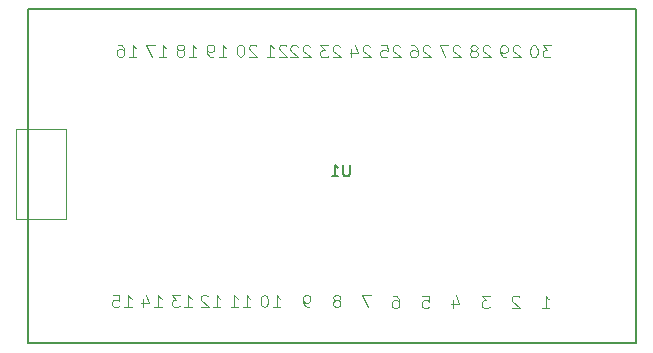
<source format=gbr>
%TF.GenerationSoftware,KiCad,Pcbnew,7.0.1*%
%TF.CreationDate,2025-01-23T11:44:41-05:00*%
%TF.ProjectId,ESP32_Dock,45535033-325f-4446-9f63-6b2e6b696361,rev?*%
%TF.SameCoordinates,Original*%
%TF.FileFunction,Legend,Bot*%
%TF.FilePolarity,Positive*%
%FSLAX46Y46*%
G04 Gerber Fmt 4.6, Leading zero omitted, Abs format (unit mm)*
G04 Created by KiCad (PCBNEW 7.0.1) date 2025-01-23 11:44:41*
%MOMM*%
%LPD*%
G01*
G04 APERTURE LIST*
%ADD10C,0.150000*%
%ADD11C,0.100000*%
%ADD12C,0.200000*%
G04 APERTURE END LIST*
D10*
%TO.C,U1*%
X87075002Y-46010159D02*
X87075002Y-46819682D01*
X87075002Y-46819682D02*
X87027383Y-46914920D01*
X87027383Y-46914920D02*
X86979764Y-46962540D01*
X86979764Y-46962540D02*
X86884526Y-47010159D01*
X86884526Y-47010159D02*
X86694050Y-47010159D01*
X86694050Y-47010159D02*
X86598812Y-46962540D01*
X86598812Y-46962540D02*
X86551193Y-46914920D01*
X86551193Y-46914920D02*
X86503574Y-46819682D01*
X86503574Y-46819682D02*
X86503574Y-46010159D01*
X85503574Y-47010159D02*
X86075002Y-47010159D01*
X85789288Y-47010159D02*
X85789288Y-46010159D01*
X85789288Y-46010159D02*
X85884526Y-46153016D01*
X85884526Y-46153016D02*
X85979764Y-46248254D01*
X85979764Y-46248254D02*
X86075002Y-46295873D01*
D11*
X88764562Y-36019267D02*
X88712181Y-35971648D01*
X88712181Y-35971648D02*
X88607419Y-35924029D01*
X88607419Y-35924029D02*
X88345514Y-35924029D01*
X88345514Y-35924029D02*
X88240752Y-35971648D01*
X88240752Y-35971648D02*
X88188371Y-36019267D01*
X88188371Y-36019267D02*
X88135990Y-36114505D01*
X88135990Y-36114505D02*
X88135990Y-36209743D01*
X88135990Y-36209743D02*
X88188371Y-36352600D01*
X88188371Y-36352600D02*
X88816943Y-36924029D01*
X88816943Y-36924029D02*
X88135990Y-36924029D01*
X87193133Y-36257362D02*
X87193133Y-36924029D01*
X87455038Y-35876410D02*
X87716943Y-36590695D01*
X87716943Y-36590695D02*
X87035990Y-36590695D01*
X103312319Y-58126702D02*
X103940891Y-58126702D01*
X103626605Y-58126702D02*
X103626605Y-57126702D01*
X103626605Y-57126702D02*
X103731367Y-57269559D01*
X103731367Y-57269559D02*
X103836129Y-57364797D01*
X103836129Y-57364797D02*
X103940891Y-57412416D01*
X90717081Y-57126702D02*
X90926605Y-57126702D01*
X90926605Y-57126702D02*
X91031367Y-57174321D01*
X91031367Y-57174321D02*
X91083748Y-57221940D01*
X91083748Y-57221940D02*
X91188510Y-57364797D01*
X91188510Y-57364797D02*
X91240891Y-57555273D01*
X91240891Y-57555273D02*
X91240891Y-57936225D01*
X91240891Y-57936225D02*
X91188510Y-58031463D01*
X91188510Y-58031463D02*
X91136129Y-58079083D01*
X91136129Y-58079083D02*
X91031367Y-58126702D01*
X91031367Y-58126702D02*
X90821843Y-58126702D01*
X90821843Y-58126702D02*
X90717081Y-58079083D01*
X90717081Y-58079083D02*
X90664700Y-58031463D01*
X90664700Y-58031463D02*
X90612319Y-57936225D01*
X90612319Y-57936225D02*
X90612319Y-57698130D01*
X90612319Y-57698130D02*
X90664700Y-57602892D01*
X90664700Y-57602892D02*
X90717081Y-57555273D01*
X90717081Y-57555273D02*
X90821843Y-57507654D01*
X90821843Y-57507654D02*
X91031367Y-57507654D01*
X91031367Y-57507654D02*
X91136129Y-57555273D01*
X91136129Y-57555273D02*
X91188510Y-57602892D01*
X91188510Y-57602892D02*
X91240891Y-57698130D01*
X78013273Y-58071450D02*
X78641845Y-58071450D01*
X78327559Y-58071450D02*
X78327559Y-57071450D01*
X78327559Y-57071450D02*
X78432321Y-57214307D01*
X78432321Y-57214307D02*
X78537083Y-57309545D01*
X78537083Y-57309545D02*
X78641845Y-57357164D01*
X76965654Y-58071450D02*
X77594226Y-58071450D01*
X77279940Y-58071450D02*
X77279940Y-57071450D01*
X77279940Y-57071450D02*
X77384702Y-57214307D01*
X77384702Y-57214307D02*
X77489464Y-57309545D01*
X77489464Y-57309545D02*
X77594226Y-57357164D01*
X73045213Y-58066097D02*
X73673785Y-58066097D01*
X73359499Y-58066097D02*
X73359499Y-57066097D01*
X73359499Y-57066097D02*
X73464261Y-57208954D01*
X73464261Y-57208954D02*
X73569023Y-57304192D01*
X73569023Y-57304192D02*
X73673785Y-57351811D01*
X72678547Y-57066097D02*
X71997594Y-57066097D01*
X71997594Y-57066097D02*
X72364261Y-57447049D01*
X72364261Y-57447049D02*
X72207118Y-57447049D01*
X72207118Y-57447049D02*
X72102356Y-57494668D01*
X72102356Y-57494668D02*
X72049975Y-57542287D01*
X72049975Y-57542287D02*
X71997594Y-57637525D01*
X71997594Y-57637525D02*
X71997594Y-57875620D01*
X71997594Y-57875620D02*
X72049975Y-57970858D01*
X72049975Y-57970858D02*
X72102356Y-58018478D01*
X72102356Y-58018478D02*
X72207118Y-58066097D01*
X72207118Y-58066097D02*
X72521404Y-58066097D01*
X72521404Y-58066097D02*
X72626166Y-58018478D01*
X72626166Y-58018478D02*
X72678547Y-57970858D01*
X79152862Y-35958274D02*
X79100481Y-35910655D01*
X79100481Y-35910655D02*
X78995719Y-35863036D01*
X78995719Y-35863036D02*
X78733814Y-35863036D01*
X78733814Y-35863036D02*
X78629052Y-35910655D01*
X78629052Y-35910655D02*
X78576671Y-35958274D01*
X78576671Y-35958274D02*
X78524290Y-36053512D01*
X78524290Y-36053512D02*
X78524290Y-36148750D01*
X78524290Y-36148750D02*
X78576671Y-36291607D01*
X78576671Y-36291607D02*
X79205243Y-36863036D01*
X79205243Y-36863036D02*
X78524290Y-36863036D01*
X77843338Y-35863036D02*
X77738576Y-35863036D01*
X77738576Y-35863036D02*
X77633814Y-35910655D01*
X77633814Y-35910655D02*
X77581433Y-35958274D01*
X77581433Y-35958274D02*
X77529052Y-36053512D01*
X77529052Y-36053512D02*
X77476671Y-36243988D01*
X77476671Y-36243988D02*
X77476671Y-36482083D01*
X77476671Y-36482083D02*
X77529052Y-36672559D01*
X77529052Y-36672559D02*
X77581433Y-36767797D01*
X77581433Y-36767797D02*
X77633814Y-36815417D01*
X77633814Y-36815417D02*
X77738576Y-36863036D01*
X77738576Y-36863036D02*
X77843338Y-36863036D01*
X77843338Y-36863036D02*
X77948100Y-36815417D01*
X77948100Y-36815417D02*
X78000481Y-36767797D01*
X78000481Y-36767797D02*
X78052862Y-36672559D01*
X78052862Y-36672559D02*
X78105243Y-36482083D01*
X78105243Y-36482083D02*
X78105243Y-36243988D01*
X78105243Y-36243988D02*
X78052862Y-36053512D01*
X78052862Y-36053512D02*
X78000481Y-35958274D01*
X78000481Y-35958274D02*
X77948100Y-35910655D01*
X77948100Y-35910655D02*
X77843338Y-35863036D01*
X93204700Y-57126702D02*
X93728510Y-57126702D01*
X93728510Y-57126702D02*
X93780891Y-57602892D01*
X93780891Y-57602892D02*
X93728510Y-57555273D01*
X93728510Y-57555273D02*
X93623748Y-57507654D01*
X93623748Y-57507654D02*
X93361843Y-57507654D01*
X93361843Y-57507654D02*
X93257081Y-57555273D01*
X93257081Y-57555273D02*
X93204700Y-57602892D01*
X93204700Y-57602892D02*
X93152319Y-57698130D01*
X93152319Y-57698130D02*
X93152319Y-57936225D01*
X93152319Y-57936225D02*
X93204700Y-58031463D01*
X93204700Y-58031463D02*
X93257081Y-58079083D01*
X93257081Y-58079083D02*
X93361843Y-58126702D01*
X93361843Y-58126702D02*
X93623748Y-58126702D01*
X93623748Y-58126702D02*
X93728510Y-58079083D01*
X93728510Y-58079083D02*
X93780891Y-58031463D01*
X86052321Y-57500021D02*
X86157083Y-57452402D01*
X86157083Y-57452402D02*
X86209464Y-57404783D01*
X86209464Y-57404783D02*
X86261845Y-57309545D01*
X86261845Y-57309545D02*
X86261845Y-57261926D01*
X86261845Y-57261926D02*
X86209464Y-57166688D01*
X86209464Y-57166688D02*
X86157083Y-57119069D01*
X86157083Y-57119069D02*
X86052321Y-57071450D01*
X86052321Y-57071450D02*
X85842797Y-57071450D01*
X85842797Y-57071450D02*
X85738035Y-57119069D01*
X85738035Y-57119069D02*
X85685654Y-57166688D01*
X85685654Y-57166688D02*
X85633273Y-57261926D01*
X85633273Y-57261926D02*
X85633273Y-57309545D01*
X85633273Y-57309545D02*
X85685654Y-57404783D01*
X85685654Y-57404783D02*
X85738035Y-57452402D01*
X85738035Y-57452402D02*
X85842797Y-57500021D01*
X85842797Y-57500021D02*
X86052321Y-57500021D01*
X86052321Y-57500021D02*
X86157083Y-57547640D01*
X86157083Y-57547640D02*
X86209464Y-57595259D01*
X86209464Y-57595259D02*
X86261845Y-57690497D01*
X86261845Y-57690497D02*
X86261845Y-57880973D01*
X86261845Y-57880973D02*
X86209464Y-57976211D01*
X86209464Y-57976211D02*
X86157083Y-58023831D01*
X86157083Y-58023831D02*
X86052321Y-58071450D01*
X86052321Y-58071450D02*
X85842797Y-58071450D01*
X85842797Y-58071450D02*
X85738035Y-58023831D01*
X85738035Y-58023831D02*
X85685654Y-57976211D01*
X85685654Y-57976211D02*
X85633273Y-57880973D01*
X85633273Y-57880973D02*
X85633273Y-57690497D01*
X85633273Y-57690497D02*
X85685654Y-57595259D01*
X85685654Y-57595259D02*
X85738035Y-57547640D01*
X85738035Y-57547640D02*
X85842797Y-57500021D01*
X101464562Y-36019267D02*
X101412181Y-35971648D01*
X101412181Y-35971648D02*
X101307419Y-35924029D01*
X101307419Y-35924029D02*
X101045514Y-35924029D01*
X101045514Y-35924029D02*
X100940752Y-35971648D01*
X100940752Y-35971648D02*
X100888371Y-36019267D01*
X100888371Y-36019267D02*
X100835990Y-36114505D01*
X100835990Y-36114505D02*
X100835990Y-36209743D01*
X100835990Y-36209743D02*
X100888371Y-36352600D01*
X100888371Y-36352600D02*
X101516943Y-36924029D01*
X101516943Y-36924029D02*
X100835990Y-36924029D01*
X100312181Y-36924029D02*
X100102657Y-36924029D01*
X100102657Y-36924029D02*
X99997895Y-36876410D01*
X99997895Y-36876410D02*
X99945514Y-36828790D01*
X99945514Y-36828790D02*
X99840752Y-36685933D01*
X99840752Y-36685933D02*
X99788371Y-36495457D01*
X99788371Y-36495457D02*
X99788371Y-36114505D01*
X99788371Y-36114505D02*
X99840752Y-36019267D01*
X99840752Y-36019267D02*
X99893133Y-35971648D01*
X99893133Y-35971648D02*
X99997895Y-35924029D01*
X99997895Y-35924029D02*
X100207419Y-35924029D01*
X100207419Y-35924029D02*
X100312181Y-35971648D01*
X100312181Y-35971648D02*
X100364562Y-36019267D01*
X100364562Y-36019267D02*
X100416943Y-36114505D01*
X100416943Y-36114505D02*
X100416943Y-36352600D01*
X100416943Y-36352600D02*
X100364562Y-36447838D01*
X100364562Y-36447838D02*
X100312181Y-36495457D01*
X100312181Y-36495457D02*
X100207419Y-36543076D01*
X100207419Y-36543076D02*
X99997895Y-36543076D01*
X99997895Y-36543076D02*
X99893133Y-36495457D01*
X99893133Y-36495457D02*
X99840752Y-36447838D01*
X99840752Y-36447838D02*
X99788371Y-36352600D01*
X93844562Y-36019267D02*
X93792181Y-35971648D01*
X93792181Y-35971648D02*
X93687419Y-35924029D01*
X93687419Y-35924029D02*
X93425514Y-35924029D01*
X93425514Y-35924029D02*
X93320752Y-35971648D01*
X93320752Y-35971648D02*
X93268371Y-36019267D01*
X93268371Y-36019267D02*
X93215990Y-36114505D01*
X93215990Y-36114505D02*
X93215990Y-36209743D01*
X93215990Y-36209743D02*
X93268371Y-36352600D01*
X93268371Y-36352600D02*
X93896943Y-36924029D01*
X93896943Y-36924029D02*
X93215990Y-36924029D01*
X92273133Y-35924029D02*
X92482657Y-35924029D01*
X92482657Y-35924029D02*
X92587419Y-35971648D01*
X92587419Y-35971648D02*
X92639800Y-36019267D01*
X92639800Y-36019267D02*
X92744562Y-36162124D01*
X92744562Y-36162124D02*
X92796943Y-36352600D01*
X92796943Y-36352600D02*
X92796943Y-36733552D01*
X92796943Y-36733552D02*
X92744562Y-36828790D01*
X92744562Y-36828790D02*
X92692181Y-36876410D01*
X92692181Y-36876410D02*
X92587419Y-36924029D01*
X92587419Y-36924029D02*
X92377895Y-36924029D01*
X92377895Y-36924029D02*
X92273133Y-36876410D01*
X92273133Y-36876410D02*
X92220752Y-36828790D01*
X92220752Y-36828790D02*
X92168371Y-36733552D01*
X92168371Y-36733552D02*
X92168371Y-36495457D01*
X92168371Y-36495457D02*
X92220752Y-36400219D01*
X92220752Y-36400219D02*
X92273133Y-36352600D01*
X92273133Y-36352600D02*
X92377895Y-36304981D01*
X92377895Y-36304981D02*
X92587419Y-36304981D01*
X92587419Y-36304981D02*
X92692181Y-36352600D01*
X92692181Y-36352600D02*
X92744562Y-36400219D01*
X92744562Y-36400219D02*
X92796943Y-36495457D01*
X95797081Y-57460035D02*
X95797081Y-58126702D01*
X96058986Y-57079083D02*
X96320891Y-57793368D01*
X96320891Y-57793368D02*
X95639938Y-57793368D01*
X86224562Y-36019267D02*
X86172181Y-35971648D01*
X86172181Y-35971648D02*
X86067419Y-35924029D01*
X86067419Y-35924029D02*
X85805514Y-35924029D01*
X85805514Y-35924029D02*
X85700752Y-35971648D01*
X85700752Y-35971648D02*
X85648371Y-36019267D01*
X85648371Y-36019267D02*
X85595990Y-36114505D01*
X85595990Y-36114505D02*
X85595990Y-36209743D01*
X85595990Y-36209743D02*
X85648371Y-36352600D01*
X85648371Y-36352600D02*
X86276943Y-36924029D01*
X86276943Y-36924029D02*
X85595990Y-36924029D01*
X85229324Y-35924029D02*
X84548371Y-35924029D01*
X84548371Y-35924029D02*
X84915038Y-36304981D01*
X84915038Y-36304981D02*
X84757895Y-36304981D01*
X84757895Y-36304981D02*
X84653133Y-36352600D01*
X84653133Y-36352600D02*
X84600752Y-36400219D01*
X84600752Y-36400219D02*
X84548371Y-36495457D01*
X84548371Y-36495457D02*
X84548371Y-36733552D01*
X84548371Y-36733552D02*
X84600752Y-36828790D01*
X84600752Y-36828790D02*
X84653133Y-36876410D01*
X84653133Y-36876410D02*
X84757895Y-36924029D01*
X84757895Y-36924029D02*
X85072181Y-36924029D01*
X85072181Y-36924029D02*
X85176943Y-36876410D01*
X85176943Y-36876410D02*
X85229324Y-36828790D01*
X70904290Y-36863036D02*
X71532862Y-36863036D01*
X71218576Y-36863036D02*
X71218576Y-35863036D01*
X71218576Y-35863036D02*
X71323338Y-36005893D01*
X71323338Y-36005893D02*
X71428100Y-36101131D01*
X71428100Y-36101131D02*
X71532862Y-36148750D01*
X70537624Y-35863036D02*
X69804290Y-35863036D01*
X69804290Y-35863036D02*
X70275719Y-36863036D01*
X88854226Y-57071450D02*
X88120892Y-57071450D01*
X88120892Y-57071450D02*
X88592321Y-58071450D01*
X67965213Y-58066097D02*
X68593785Y-58066097D01*
X68279499Y-58066097D02*
X68279499Y-57066097D01*
X68279499Y-57066097D02*
X68384261Y-57208954D01*
X68384261Y-57208954D02*
X68489023Y-57304192D01*
X68489023Y-57304192D02*
X68593785Y-57351811D01*
X66969975Y-57066097D02*
X67493785Y-57066097D01*
X67493785Y-57066097D02*
X67546166Y-57542287D01*
X67546166Y-57542287D02*
X67493785Y-57494668D01*
X67493785Y-57494668D02*
X67389023Y-57447049D01*
X67389023Y-57447049D02*
X67127118Y-57447049D01*
X67127118Y-57447049D02*
X67022356Y-57494668D01*
X67022356Y-57494668D02*
X66969975Y-57542287D01*
X66969975Y-57542287D02*
X66917594Y-57637525D01*
X66917594Y-57637525D02*
X66917594Y-57875620D01*
X66917594Y-57875620D02*
X66969975Y-57970858D01*
X66969975Y-57970858D02*
X67022356Y-58018478D01*
X67022356Y-58018478D02*
X67127118Y-58066097D01*
X67127118Y-58066097D02*
X67389023Y-58066097D01*
X67389023Y-58066097D02*
X67493785Y-58018478D01*
X67493785Y-58018478D02*
X67546166Y-57970858D01*
X91304562Y-36019267D02*
X91252181Y-35971648D01*
X91252181Y-35971648D02*
X91147419Y-35924029D01*
X91147419Y-35924029D02*
X90885514Y-35924029D01*
X90885514Y-35924029D02*
X90780752Y-35971648D01*
X90780752Y-35971648D02*
X90728371Y-36019267D01*
X90728371Y-36019267D02*
X90675990Y-36114505D01*
X90675990Y-36114505D02*
X90675990Y-36209743D01*
X90675990Y-36209743D02*
X90728371Y-36352600D01*
X90728371Y-36352600D02*
X91356943Y-36924029D01*
X91356943Y-36924029D02*
X90675990Y-36924029D01*
X89680752Y-35924029D02*
X90204562Y-35924029D01*
X90204562Y-35924029D02*
X90256943Y-36400219D01*
X90256943Y-36400219D02*
X90204562Y-36352600D01*
X90204562Y-36352600D02*
X90099800Y-36304981D01*
X90099800Y-36304981D02*
X89837895Y-36304981D01*
X89837895Y-36304981D02*
X89733133Y-36352600D01*
X89733133Y-36352600D02*
X89680752Y-36400219D01*
X89680752Y-36400219D02*
X89628371Y-36495457D01*
X89628371Y-36495457D02*
X89628371Y-36733552D01*
X89628371Y-36733552D02*
X89680752Y-36828790D01*
X89680752Y-36828790D02*
X89733133Y-36876410D01*
X89733133Y-36876410D02*
X89837895Y-36924029D01*
X89837895Y-36924029D02*
X90099800Y-36924029D01*
X90099800Y-36924029D02*
X90204562Y-36876410D01*
X90204562Y-36876410D02*
X90256943Y-36828790D01*
X96384562Y-36019267D02*
X96332181Y-35971648D01*
X96332181Y-35971648D02*
X96227419Y-35924029D01*
X96227419Y-35924029D02*
X95965514Y-35924029D01*
X95965514Y-35924029D02*
X95860752Y-35971648D01*
X95860752Y-35971648D02*
X95808371Y-36019267D01*
X95808371Y-36019267D02*
X95755990Y-36114505D01*
X95755990Y-36114505D02*
X95755990Y-36209743D01*
X95755990Y-36209743D02*
X95808371Y-36352600D01*
X95808371Y-36352600D02*
X96436943Y-36924029D01*
X96436943Y-36924029D02*
X95755990Y-36924029D01*
X95389324Y-35924029D02*
X94655990Y-35924029D01*
X94655990Y-35924029D02*
X95127419Y-36924029D01*
X75473273Y-58071450D02*
X76101845Y-58071450D01*
X75787559Y-58071450D02*
X75787559Y-57071450D01*
X75787559Y-57071450D02*
X75892321Y-57214307D01*
X75892321Y-57214307D02*
X75997083Y-57309545D01*
X75997083Y-57309545D02*
X76101845Y-57357164D01*
X75054226Y-57166688D02*
X75001845Y-57119069D01*
X75001845Y-57119069D02*
X74897083Y-57071450D01*
X74897083Y-57071450D02*
X74635178Y-57071450D01*
X74635178Y-57071450D02*
X74530416Y-57119069D01*
X74530416Y-57119069D02*
X74478035Y-57166688D01*
X74478035Y-57166688D02*
X74425654Y-57261926D01*
X74425654Y-57261926D02*
X74425654Y-57357164D01*
X74425654Y-57357164D02*
X74478035Y-57500021D01*
X74478035Y-57500021D02*
X75106607Y-58071450D01*
X75106607Y-58071450D02*
X74425654Y-58071450D01*
X98924562Y-36019267D02*
X98872181Y-35971648D01*
X98872181Y-35971648D02*
X98767419Y-35924029D01*
X98767419Y-35924029D02*
X98505514Y-35924029D01*
X98505514Y-35924029D02*
X98400752Y-35971648D01*
X98400752Y-35971648D02*
X98348371Y-36019267D01*
X98348371Y-36019267D02*
X98295990Y-36114505D01*
X98295990Y-36114505D02*
X98295990Y-36209743D01*
X98295990Y-36209743D02*
X98348371Y-36352600D01*
X98348371Y-36352600D02*
X98976943Y-36924029D01*
X98976943Y-36924029D02*
X98295990Y-36924029D01*
X97667419Y-36352600D02*
X97772181Y-36304981D01*
X97772181Y-36304981D02*
X97824562Y-36257362D01*
X97824562Y-36257362D02*
X97876943Y-36162124D01*
X97876943Y-36162124D02*
X97876943Y-36114505D01*
X97876943Y-36114505D02*
X97824562Y-36019267D01*
X97824562Y-36019267D02*
X97772181Y-35971648D01*
X97772181Y-35971648D02*
X97667419Y-35924029D01*
X97667419Y-35924029D02*
X97457895Y-35924029D01*
X97457895Y-35924029D02*
X97353133Y-35971648D01*
X97353133Y-35971648D02*
X97300752Y-36019267D01*
X97300752Y-36019267D02*
X97248371Y-36114505D01*
X97248371Y-36114505D02*
X97248371Y-36162124D01*
X97248371Y-36162124D02*
X97300752Y-36257362D01*
X97300752Y-36257362D02*
X97353133Y-36304981D01*
X97353133Y-36304981D02*
X97457895Y-36352600D01*
X97457895Y-36352600D02*
X97667419Y-36352600D01*
X97667419Y-36352600D02*
X97772181Y-36400219D01*
X97772181Y-36400219D02*
X97824562Y-36447838D01*
X97824562Y-36447838D02*
X97876943Y-36543076D01*
X97876943Y-36543076D02*
X97876943Y-36733552D01*
X97876943Y-36733552D02*
X97824562Y-36828790D01*
X97824562Y-36828790D02*
X97772181Y-36876410D01*
X97772181Y-36876410D02*
X97667419Y-36924029D01*
X97667419Y-36924029D02*
X97457895Y-36924029D01*
X97457895Y-36924029D02*
X97353133Y-36876410D01*
X97353133Y-36876410D02*
X97300752Y-36828790D01*
X97300752Y-36828790D02*
X97248371Y-36733552D01*
X97248371Y-36733552D02*
X97248371Y-36543076D01*
X97248371Y-36543076D02*
X97300752Y-36447838D01*
X97300752Y-36447838D02*
X97353133Y-36400219D01*
X97353133Y-36400219D02*
X97457895Y-36352600D01*
X81692862Y-35958274D02*
X81640481Y-35910655D01*
X81640481Y-35910655D02*
X81535719Y-35863036D01*
X81535719Y-35863036D02*
X81273814Y-35863036D01*
X81273814Y-35863036D02*
X81169052Y-35910655D01*
X81169052Y-35910655D02*
X81116671Y-35958274D01*
X81116671Y-35958274D02*
X81064290Y-36053512D01*
X81064290Y-36053512D02*
X81064290Y-36148750D01*
X81064290Y-36148750D02*
X81116671Y-36291607D01*
X81116671Y-36291607D02*
X81745243Y-36863036D01*
X81745243Y-36863036D02*
X81064290Y-36863036D01*
X80016671Y-36863036D02*
X80645243Y-36863036D01*
X80330957Y-36863036D02*
X80330957Y-35863036D01*
X80330957Y-35863036D02*
X80435719Y-36005893D01*
X80435719Y-36005893D02*
X80540481Y-36101131D01*
X80540481Y-36101131D02*
X80645243Y-36148750D01*
X98913272Y-57126702D02*
X98232319Y-57126702D01*
X98232319Y-57126702D02*
X98598986Y-57507654D01*
X98598986Y-57507654D02*
X98441843Y-57507654D01*
X98441843Y-57507654D02*
X98337081Y-57555273D01*
X98337081Y-57555273D02*
X98284700Y-57602892D01*
X98284700Y-57602892D02*
X98232319Y-57698130D01*
X98232319Y-57698130D02*
X98232319Y-57936225D01*
X98232319Y-57936225D02*
X98284700Y-58031463D01*
X98284700Y-58031463D02*
X98337081Y-58079083D01*
X98337081Y-58079083D02*
X98441843Y-58126702D01*
X98441843Y-58126702D02*
X98756129Y-58126702D01*
X98756129Y-58126702D02*
X98860891Y-58079083D01*
X98860891Y-58079083D02*
X98913272Y-58031463D01*
X75984290Y-36863036D02*
X76612862Y-36863036D01*
X76298576Y-36863036D02*
X76298576Y-35863036D01*
X76298576Y-35863036D02*
X76403338Y-36005893D01*
X76403338Y-36005893D02*
X76508100Y-36101131D01*
X76508100Y-36101131D02*
X76612862Y-36148750D01*
X75460481Y-36863036D02*
X75250957Y-36863036D01*
X75250957Y-36863036D02*
X75146195Y-36815417D01*
X75146195Y-36815417D02*
X75093814Y-36767797D01*
X75093814Y-36767797D02*
X74989052Y-36624940D01*
X74989052Y-36624940D02*
X74936671Y-36434464D01*
X74936671Y-36434464D02*
X74936671Y-36053512D01*
X74936671Y-36053512D02*
X74989052Y-35958274D01*
X74989052Y-35958274D02*
X75041433Y-35910655D01*
X75041433Y-35910655D02*
X75146195Y-35863036D01*
X75146195Y-35863036D02*
X75355719Y-35863036D01*
X75355719Y-35863036D02*
X75460481Y-35910655D01*
X75460481Y-35910655D02*
X75512862Y-35958274D01*
X75512862Y-35958274D02*
X75565243Y-36053512D01*
X75565243Y-36053512D02*
X75565243Y-36291607D01*
X75565243Y-36291607D02*
X75512862Y-36386845D01*
X75512862Y-36386845D02*
X75460481Y-36434464D01*
X75460481Y-36434464D02*
X75355719Y-36482083D01*
X75355719Y-36482083D02*
X75146195Y-36482083D01*
X75146195Y-36482083D02*
X75041433Y-36434464D01*
X75041433Y-36434464D02*
X74989052Y-36386845D01*
X74989052Y-36386845D02*
X74936671Y-36291607D01*
X104056943Y-35924029D02*
X103375990Y-35924029D01*
X103375990Y-35924029D02*
X103742657Y-36304981D01*
X103742657Y-36304981D02*
X103585514Y-36304981D01*
X103585514Y-36304981D02*
X103480752Y-36352600D01*
X103480752Y-36352600D02*
X103428371Y-36400219D01*
X103428371Y-36400219D02*
X103375990Y-36495457D01*
X103375990Y-36495457D02*
X103375990Y-36733552D01*
X103375990Y-36733552D02*
X103428371Y-36828790D01*
X103428371Y-36828790D02*
X103480752Y-36876410D01*
X103480752Y-36876410D02*
X103585514Y-36924029D01*
X103585514Y-36924029D02*
X103899800Y-36924029D01*
X103899800Y-36924029D02*
X104004562Y-36876410D01*
X104004562Y-36876410D02*
X104056943Y-36828790D01*
X102695038Y-35924029D02*
X102590276Y-35924029D01*
X102590276Y-35924029D02*
X102485514Y-35971648D01*
X102485514Y-35971648D02*
X102433133Y-36019267D01*
X102433133Y-36019267D02*
X102380752Y-36114505D01*
X102380752Y-36114505D02*
X102328371Y-36304981D01*
X102328371Y-36304981D02*
X102328371Y-36543076D01*
X102328371Y-36543076D02*
X102380752Y-36733552D01*
X102380752Y-36733552D02*
X102433133Y-36828790D01*
X102433133Y-36828790D02*
X102485514Y-36876410D01*
X102485514Y-36876410D02*
X102590276Y-36924029D01*
X102590276Y-36924029D02*
X102695038Y-36924029D01*
X102695038Y-36924029D02*
X102799800Y-36876410D01*
X102799800Y-36876410D02*
X102852181Y-36828790D01*
X102852181Y-36828790D02*
X102904562Y-36733552D01*
X102904562Y-36733552D02*
X102956943Y-36543076D01*
X102956943Y-36543076D02*
X102956943Y-36304981D01*
X102956943Y-36304981D02*
X102904562Y-36114505D01*
X102904562Y-36114505D02*
X102852181Y-36019267D01*
X102852181Y-36019267D02*
X102799800Y-35971648D01*
X102799800Y-35971648D02*
X102695038Y-35924029D01*
X101400891Y-57221940D02*
X101348510Y-57174321D01*
X101348510Y-57174321D02*
X101243748Y-57126702D01*
X101243748Y-57126702D02*
X100981843Y-57126702D01*
X100981843Y-57126702D02*
X100877081Y-57174321D01*
X100877081Y-57174321D02*
X100824700Y-57221940D01*
X100824700Y-57221940D02*
X100772319Y-57317178D01*
X100772319Y-57317178D02*
X100772319Y-57412416D01*
X100772319Y-57412416D02*
X100824700Y-57555273D01*
X100824700Y-57555273D02*
X101453272Y-58126702D01*
X101453272Y-58126702D02*
X100772319Y-58126702D01*
X83617083Y-58071450D02*
X83407559Y-58071450D01*
X83407559Y-58071450D02*
X83302797Y-58023831D01*
X83302797Y-58023831D02*
X83250416Y-57976211D01*
X83250416Y-57976211D02*
X83145654Y-57833354D01*
X83145654Y-57833354D02*
X83093273Y-57642878D01*
X83093273Y-57642878D02*
X83093273Y-57261926D01*
X83093273Y-57261926D02*
X83145654Y-57166688D01*
X83145654Y-57166688D02*
X83198035Y-57119069D01*
X83198035Y-57119069D02*
X83302797Y-57071450D01*
X83302797Y-57071450D02*
X83512321Y-57071450D01*
X83512321Y-57071450D02*
X83617083Y-57119069D01*
X83617083Y-57119069D02*
X83669464Y-57166688D01*
X83669464Y-57166688D02*
X83721845Y-57261926D01*
X83721845Y-57261926D02*
X83721845Y-57500021D01*
X83721845Y-57500021D02*
X83669464Y-57595259D01*
X83669464Y-57595259D02*
X83617083Y-57642878D01*
X83617083Y-57642878D02*
X83512321Y-57690497D01*
X83512321Y-57690497D02*
X83302797Y-57690497D01*
X83302797Y-57690497D02*
X83198035Y-57642878D01*
X83198035Y-57642878D02*
X83145654Y-57595259D01*
X83145654Y-57595259D02*
X83093273Y-57500021D01*
X80553273Y-58071450D02*
X81181845Y-58071450D01*
X80867559Y-58071450D02*
X80867559Y-57071450D01*
X80867559Y-57071450D02*
X80972321Y-57214307D01*
X80972321Y-57214307D02*
X81077083Y-57309545D01*
X81077083Y-57309545D02*
X81181845Y-57357164D01*
X79872321Y-57071450D02*
X79767559Y-57071450D01*
X79767559Y-57071450D02*
X79662797Y-57119069D01*
X79662797Y-57119069D02*
X79610416Y-57166688D01*
X79610416Y-57166688D02*
X79558035Y-57261926D01*
X79558035Y-57261926D02*
X79505654Y-57452402D01*
X79505654Y-57452402D02*
X79505654Y-57690497D01*
X79505654Y-57690497D02*
X79558035Y-57880973D01*
X79558035Y-57880973D02*
X79610416Y-57976211D01*
X79610416Y-57976211D02*
X79662797Y-58023831D01*
X79662797Y-58023831D02*
X79767559Y-58071450D01*
X79767559Y-58071450D02*
X79872321Y-58071450D01*
X79872321Y-58071450D02*
X79977083Y-58023831D01*
X79977083Y-58023831D02*
X80029464Y-57976211D01*
X80029464Y-57976211D02*
X80081845Y-57880973D01*
X80081845Y-57880973D02*
X80134226Y-57690497D01*
X80134226Y-57690497D02*
X80134226Y-57452402D01*
X80134226Y-57452402D02*
X80081845Y-57261926D01*
X80081845Y-57261926D02*
X80029464Y-57166688D01*
X80029464Y-57166688D02*
X79977083Y-57119069D01*
X79977083Y-57119069D02*
X79872321Y-57071450D01*
X83684562Y-36019267D02*
X83632181Y-35971648D01*
X83632181Y-35971648D02*
X83527419Y-35924029D01*
X83527419Y-35924029D02*
X83265514Y-35924029D01*
X83265514Y-35924029D02*
X83160752Y-35971648D01*
X83160752Y-35971648D02*
X83108371Y-36019267D01*
X83108371Y-36019267D02*
X83055990Y-36114505D01*
X83055990Y-36114505D02*
X83055990Y-36209743D01*
X83055990Y-36209743D02*
X83108371Y-36352600D01*
X83108371Y-36352600D02*
X83736943Y-36924029D01*
X83736943Y-36924029D02*
X83055990Y-36924029D01*
X82636943Y-36019267D02*
X82584562Y-35971648D01*
X82584562Y-35971648D02*
X82479800Y-35924029D01*
X82479800Y-35924029D02*
X82217895Y-35924029D01*
X82217895Y-35924029D02*
X82113133Y-35971648D01*
X82113133Y-35971648D02*
X82060752Y-36019267D01*
X82060752Y-36019267D02*
X82008371Y-36114505D01*
X82008371Y-36114505D02*
X82008371Y-36209743D01*
X82008371Y-36209743D02*
X82060752Y-36352600D01*
X82060752Y-36352600D02*
X82689324Y-36924029D01*
X82689324Y-36924029D02*
X82008371Y-36924029D01*
X70505213Y-58066097D02*
X71133785Y-58066097D01*
X70819499Y-58066097D02*
X70819499Y-57066097D01*
X70819499Y-57066097D02*
X70924261Y-57208954D01*
X70924261Y-57208954D02*
X71029023Y-57304192D01*
X71029023Y-57304192D02*
X71133785Y-57351811D01*
X69562356Y-57399430D02*
X69562356Y-58066097D01*
X69824261Y-57018478D02*
X70086166Y-57732763D01*
X70086166Y-57732763D02*
X69405213Y-57732763D01*
X68364290Y-36863036D02*
X68992862Y-36863036D01*
X68678576Y-36863036D02*
X68678576Y-35863036D01*
X68678576Y-35863036D02*
X68783338Y-36005893D01*
X68783338Y-36005893D02*
X68888100Y-36101131D01*
X68888100Y-36101131D02*
X68992862Y-36148750D01*
X67421433Y-35863036D02*
X67630957Y-35863036D01*
X67630957Y-35863036D02*
X67735719Y-35910655D01*
X67735719Y-35910655D02*
X67788100Y-35958274D01*
X67788100Y-35958274D02*
X67892862Y-36101131D01*
X67892862Y-36101131D02*
X67945243Y-36291607D01*
X67945243Y-36291607D02*
X67945243Y-36672559D01*
X67945243Y-36672559D02*
X67892862Y-36767797D01*
X67892862Y-36767797D02*
X67840481Y-36815417D01*
X67840481Y-36815417D02*
X67735719Y-36863036D01*
X67735719Y-36863036D02*
X67526195Y-36863036D01*
X67526195Y-36863036D02*
X67421433Y-36815417D01*
X67421433Y-36815417D02*
X67369052Y-36767797D01*
X67369052Y-36767797D02*
X67316671Y-36672559D01*
X67316671Y-36672559D02*
X67316671Y-36434464D01*
X67316671Y-36434464D02*
X67369052Y-36339226D01*
X67369052Y-36339226D02*
X67421433Y-36291607D01*
X67421433Y-36291607D02*
X67526195Y-36243988D01*
X67526195Y-36243988D02*
X67735719Y-36243988D01*
X67735719Y-36243988D02*
X67840481Y-36291607D01*
X67840481Y-36291607D02*
X67892862Y-36339226D01*
X67892862Y-36339226D02*
X67945243Y-36434464D01*
X73444290Y-36863036D02*
X74072862Y-36863036D01*
X73758576Y-36863036D02*
X73758576Y-35863036D01*
X73758576Y-35863036D02*
X73863338Y-36005893D01*
X73863338Y-36005893D02*
X73968100Y-36101131D01*
X73968100Y-36101131D02*
X74072862Y-36148750D01*
X72815719Y-36291607D02*
X72920481Y-36243988D01*
X72920481Y-36243988D02*
X72972862Y-36196369D01*
X72972862Y-36196369D02*
X73025243Y-36101131D01*
X73025243Y-36101131D02*
X73025243Y-36053512D01*
X73025243Y-36053512D02*
X72972862Y-35958274D01*
X72972862Y-35958274D02*
X72920481Y-35910655D01*
X72920481Y-35910655D02*
X72815719Y-35863036D01*
X72815719Y-35863036D02*
X72606195Y-35863036D01*
X72606195Y-35863036D02*
X72501433Y-35910655D01*
X72501433Y-35910655D02*
X72449052Y-35958274D01*
X72449052Y-35958274D02*
X72396671Y-36053512D01*
X72396671Y-36053512D02*
X72396671Y-36101131D01*
X72396671Y-36101131D02*
X72449052Y-36196369D01*
X72449052Y-36196369D02*
X72501433Y-36243988D01*
X72501433Y-36243988D02*
X72606195Y-36291607D01*
X72606195Y-36291607D02*
X72815719Y-36291607D01*
X72815719Y-36291607D02*
X72920481Y-36339226D01*
X72920481Y-36339226D02*
X72972862Y-36386845D01*
X72972862Y-36386845D02*
X73025243Y-36482083D01*
X73025243Y-36482083D02*
X73025243Y-36672559D01*
X73025243Y-36672559D02*
X72972862Y-36767797D01*
X72972862Y-36767797D02*
X72920481Y-36815417D01*
X72920481Y-36815417D02*
X72815719Y-36863036D01*
X72815719Y-36863036D02*
X72606195Y-36863036D01*
X72606195Y-36863036D02*
X72501433Y-36815417D01*
X72501433Y-36815417D02*
X72449052Y-36767797D01*
X72449052Y-36767797D02*
X72396671Y-36672559D01*
X72396671Y-36672559D02*
X72396671Y-36482083D01*
X72396671Y-36482083D02*
X72449052Y-36386845D01*
X72449052Y-36386845D02*
X72501433Y-36339226D01*
X72501433Y-36339226D02*
X72606195Y-36291607D01*
D12*
X111317911Y-32850000D02*
X59817911Y-32850000D01*
X59817911Y-32850000D02*
X59817911Y-61150000D01*
X59817911Y-61150000D02*
X111317911Y-61150000D01*
X111317911Y-61150000D02*
X111317911Y-32850000D01*
D11*
X63057911Y-43010000D02*
X58803732Y-43010000D01*
X58803732Y-43010000D02*
X58803732Y-50630000D01*
X58803732Y-50630000D02*
X63057911Y-50630000D01*
X63057911Y-50630000D02*
X63057911Y-43010000D01*
%TD*%
M02*

</source>
